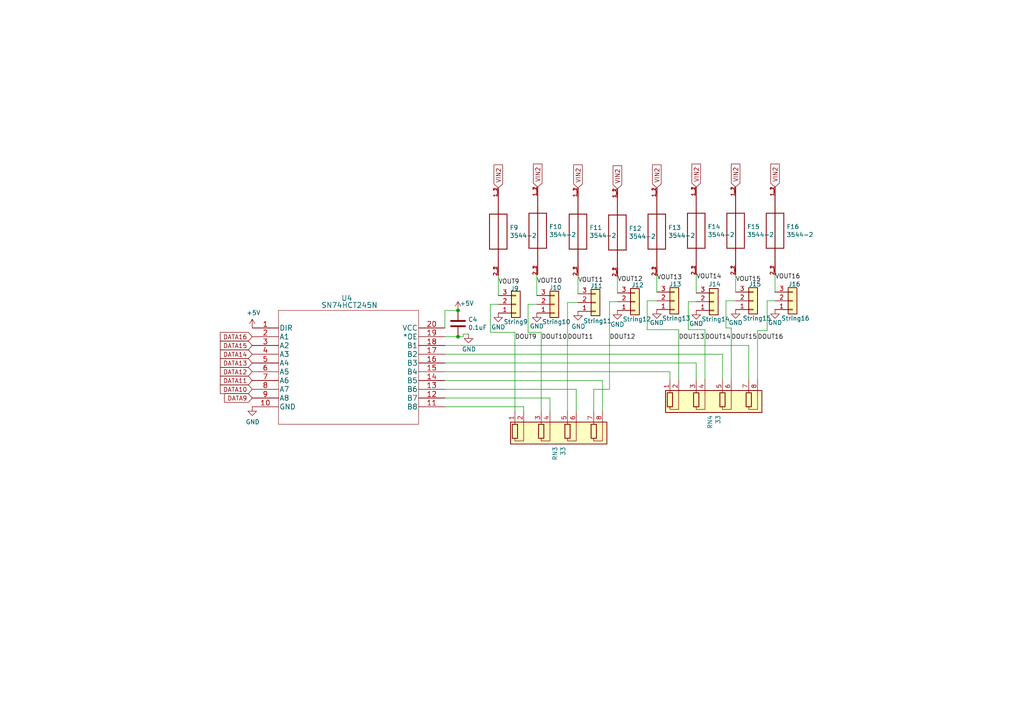
<source format=kicad_sch>
(kicad_sch (version 20211123) (generator eeschema)
  (paper "A4")
  (title_block (title "PB 16") (date "2020-08-11") (rev "v2") (company "Scott Hanson"))
  (lib_symbols
    (symbol "Connector_Generic:Conn_01x03" (pin_names (offset 1.016) hide)
      (property "Reference" "J" (at 0 5.08 0))
      (property "Value" "Conn_01x03" (at 0 -5.08 0))
      (symbol "Conn_01x03_1_1"
        (rectangle (start -1.27 -2.413) (end 0 -2.667) (stroke (width 0.1524)))
        (rectangle (start -1.27 0.127) (end 0 -0.127) (stroke (width 0.1524)))
        (rectangle (start -1.27 2.667) (end 0 2.413) (stroke (width 0.1524)))
        (rectangle (start -1.27 3.81) (end 1.27 -3.81) (stroke (width 0.254)) (fill (type background)))
        (pin passive line (at -5.08 2.54 0) (length 3.81) (name "Pin_1") (number "1"))
        (pin passive line (at -5.08 0 0) (length 3.81) (name "Pin_2") (number "2"))
        (pin passive line (at -5.08 -2.54 0) (length 3.81) (name "Pin_3") (number "3"))
      )
    )
    (symbol "PB_16-rescue:3544-2-Keystone_Fuse" (pin_names (offset 1.016) hide)
      (property "Reference" "F" (at -5.08 3.302 0))
      (property "Value" "3544-2-Keystone_Fuse" (at -5.08 -5.08 0))
      (symbol "3544-2-Keystone_Fuse_0_0"
        (polyline (pts (xy -12.7 0) (xy 12.7 0)) (stroke (width 0.254)))
        (polyline (pts (xy -5.08 -2.54) (xy -5.08 2.54)) (stroke (width 0.254)))
        (polyline (pts (xy -5.08 2.54) (xy 5.08 2.54)) (stroke (width 0.254)))
        (polyline (pts (xy 5.08 -2.54) (xy -5.08 -2.54)) (stroke (width 0.254)))
        (polyline (pts (xy 5.08 2.54) (xy 5.08 -2.54)) (stroke (width 0.254)))
        (pin passive line (at -12.7 0 0) (length 2.54) (name "1") (number "1_1"))
        (pin passive line (at -12.7 0 0) (length 2.54) (name "1") (number "1_2"))
        (pin passive line (at 12.7 0 180) (length 2.54) (name "2") (number "2_1"))
        (pin passive line (at 12.7 0 180) (length 2.54) (name "2") (number "2_2"))
      )
    )
    (symbol "PB_16-rescue:C-Device" (pin_numbers hide) (pin_names (offset 0.254))
      (property "Reference" "C" (at 0.635 2.54 0))
      (property "Value" "C-Device" (at 0.635 -2.54 0))
      (symbol "C-Device_0_1"
        (polyline (pts (xy -2.032 -0.762) (xy 2.032 -0.762)) (stroke (width 0.508)))
        (polyline (pts (xy -2.032 0.762) (xy 2.032 0.762)) (stroke (width 0.508)))
      )
      (symbol "C-Device_1_1"
        (pin passive line (at 0 3.81 270) (length 2.794) (name "~") (number "1"))
        (pin passive line (at 0 -3.81 90) (length 2.794) (name "~") (number "2"))
      )
    )
    (symbol "PB_16-rescue:R_Pack04_SIP-Device" (pin_names (offset 0) hide)
      (property "Reference" "RN" (at -15.24 0 90))
      (property "Value" "R_Pack04_SIP-Device" (at 15.24 0 90))
      (symbol "R_Pack04_SIP-Device_0_1"
        (rectangle (start -13.97 -1.905) (end 13.97 4.445) (stroke (width 0.254)) (fill (type background)))
        (rectangle (start -13.462 2.794) (end -11.938 -1.27) (stroke (width 0.254)))
        (rectangle (start -5.842 2.794) (end -4.318 -1.27) (stroke (width 0.254)))
        (polyline (pts (xy -12.7 2.794) (xy -12.7 3.556) (xy -10.16 3.556) (xy -10.16 -1.27)))
        (polyline (pts (xy -5.08 2.794) (xy -5.08 3.556) (xy -2.54 3.556) (xy -2.54 -1.27)))
        (polyline (pts (xy 2.54 2.794) (xy 2.54 3.556) (xy 5.08 3.556) (xy 5.08 -1.27)))
        (polyline (pts (xy 10.16 2.794) (xy 10.16 3.556) (xy 12.7 3.556) (xy 12.7 -1.27)))
        (rectangle (start 1.778 2.794) (end 3.302 -1.27) (stroke (width 0.254)))
        (rectangle (start 9.398 2.794) (end 10.922 -1.27) (stroke (width 0.254)))
      )
      (symbol "R_Pack04_SIP-Device_1_1"
        (pin passive line (at -12.7 -5.08 90) (length 3.81) (name "R1.1") (number "1"))
        (pin passive line (at -10.16 -5.08 90) (length 3.81) (name "R1.2") (number "2"))
        (pin passive line (at -5.08 -5.08 90) (length 3.81) (name "R2.1") (number "3"))
        (pin passive line (at -2.54 -5.08 90) (length 3.81) (name "R2.2") (number "4"))
        (pin passive line (at 2.54 -5.08 90) (length 3.81) (name "R3.1") (number "5"))
        (pin passive line (at 5.08 -5.08 90) (length 3.81) (name "R3.2") (number "6"))
        (pin passive line (at 10.16 -5.08 90) (length 3.81) (name "R4.1") (number "7"))
        (pin passive line (at 12.7 -5.08 90) (length 3.81) (name "R4.2") (number "8"))
      )
    )
    (symbol "PB_16-rescue:SN74HCT245N-SN74HCT245N" (pin_names (offset 0.254))
      (property "Reference" "U" (at 27.94 10.16 0))
      (property "Value" "SN74HCT245N-SN74HCT245N" (at 27.94 7.62 0))
      (symbol "SN74HCT245N-SN74HCT245N_1_0"
        (polyline (pts (xy 7.62 -27.94) (xy 48.26 -27.94)) (stroke (width 0.127)))
        (polyline (pts (xy 7.62 5.08) (xy 7.62 -27.94)) (stroke (width 0.127)))
        (polyline (pts (xy 48.26 -27.94) (xy 48.26 5.08)) (stroke (width 0.127)))
        (polyline (pts (xy 48.26 5.08) (xy 7.62 5.08)) (stroke (width 0.127)))
        (pin input line (at 0 0 0) (length 7.62) (name "DIR") (number "1"))
        (pin power_in line (at 0 -22.86 0) (length 7.62) (name "GND") (number "10"))
        (pin bidirectional line (at 55.88 -22.86 180) (length 7.62) (name "B8") (number "11"))
        (pin bidirectional line (at 55.88 -20.32 180) (length 7.62) (name "B7") (number "12"))
        (pin bidirectional line (at 55.88 -17.78 180) (length 7.62) (name "B6") (number "13"))
        (pin bidirectional line (at 55.88 -15.24 180) (length 7.62) (name "B5") (number "14"))
        (pin bidirectional line (at 55.88 -12.7 180) (length 7.62) (name "B4") (number "15"))
        (pin bidirectional line (at 55.88 -10.16 180) (length 7.62) (name "B3") (number "16"))
        (pin bidirectional line (at 55.88 -7.62 180) (length 7.62) (name "B2") (number "17"))
        (pin bidirectional line (at 55.88 -5.08 180) (length 7.62) (name "B1") (number "18"))
        (pin input line (at 55.88 -2.54 180) (length 7.62) (name "*OE") (number "19"))
        (pin bidirectional line (at 0 -2.54 0) (length 7.62) (name "A1") (number "2"))
        (pin power_in line (at 55.88 0 180) (length 7.62) (name "VCC") (number "20"))
        (pin bidirectional line (at 0 -5.08 0) (length 7.62) (name "A2") (number "3"))
        (pin bidirectional line (at 0 -7.62 0) (length 7.62) (name "A3") (number "4"))
        (pin bidirectional line (at 0 -10.16 0) (length 7.62) (name "A4") (number "5"))
        (pin bidirectional line (at 0 -12.7 0) (length 7.62) (name "A5") (number "6"))
        (pin bidirectional line (at 0 -15.24 0) (length 7.62) (name "A6") (number "7"))
        (pin bidirectional line (at 0 -17.78 0) (length 7.62) (name "A7") (number "8"))
        (pin bidirectional line (at 0 -20.32 0) (length 7.62) (name "A8") (number "9"))
      )
    )
    (symbol "power:+5V" (power) (pin_names (offset 0))
      (property "Value" "+5V" (at 0 3.556 0))
      (symbol "+5V_0_1"
        (polyline (pts (xy -0.762 1.27) (xy 0 2.54)))
        (polyline (pts (xy 0 0) (xy 0 2.54)))
        (polyline (pts (xy 0 2.54) (xy 0.762 1.27)))
      )
      (symbol "+5V_1_1"
        (pin power_in line (at 0 0 90) (length 0) hide (name "+5V") (number "1"))
      )
    )
    (symbol "power:GND" (power) (pin_names (offset 0))
      (property "Value" "GND" (at 0 -3.81 0))
      (symbol "GND_0_1"
        (polyline (pts (xy 0 0) (xy 0 -1.27) (xy 1.27 -1.27) (xy 0 -2.54) (xy -1.27 -1.27) (xy 0 -1.27)))
      )
      (symbol "GND_1_1"
        (pin power_in line (at 0 0 270) (length 0) hide (name "GND") (number "1"))
      )
    )
  )
  (junction (at 132.842 97.663))
  (junction (at 132.842 90.043))
  (wire (pts (xy 167.64 79.883) (xy 167.64 85.217)))
  (wire (pts (xy 176.784 112.903) (xy 172.212 112.903)))
  (wire (pts (xy 129.032 107.823) (xy 194.31 107.823)))
  (wire (pts (xy 199.644 87.503) (xy 199.644 95.631)))
  (wire (pts (xy 219.71 95.885) (xy 222.504 95.885)))
  (wire (pts (xy 149.352 96.393) (xy 142.24 96.393)))
  (wire (pts (xy 224.79 84.709) (xy 224.79 79.629)))
  (wire (pts (xy 187.706 95.631) (xy 196.85 95.631)))
  (wire (pts (xy 196.85 95.631) (xy 196.85 110.109)))
  (wire (pts (xy 179.07 87.503) (xy 176.784 87.503)))
  (wire (pts (xy 187.706 87.249) (xy 187.706 95.631)))
  (wire (pts (xy 164.592 119.253) (xy 164.592 87.757)))
  (wire (pts (xy 142.24 88.265) (xy 144.526 88.265)))
  (wire (pts (xy 222.504 87.249) (xy 224.79 87.249)))
  (wire (pts (xy 129.032 112.903) (xy 167.132 112.903)))
  (wire (pts (xy 204.47 95.631) (xy 204.47 110.109)))
  (wire (pts (xy 219.71 110.109) (xy 219.71 95.885)))
  (wire (pts (xy 210.566 87.249) (xy 213.36 87.249)))
  (wire (pts (xy 129.032 115.443) (xy 159.512 115.443)))
  (wire (pts (xy 156.972 96.393) (xy 153.162 96.393)))
  (wire (pts (xy 155.702 85.725) (xy 155.702 79.629)))
  (wire (pts (xy 194.31 107.823) (xy 194.31 110.109)))
  (wire (pts (xy 149.352 119.253) (xy 149.352 96.393)))
  (wire (pts (xy 135.89 96.901) (xy 134.366 96.901)))
  (wire (pts (xy 129.032 105.283) (xy 201.93 105.283)))
  (wire (pts (xy 153.162 96.393) (xy 153.162 88.265)))
  (wire (pts (xy 174.752 110.363) (xy 174.752 119.253)))
  (wire (pts (xy 210.566 95.123) (xy 210.566 87.249)))
  (wire (pts (xy 142.24 96.393) (xy 142.24 88.265)))
  (wire (pts (xy 129.032 117.983) (xy 151.892 117.983)))
  (wire (pts (xy 129.032 102.743) (xy 209.55 102.743)))
  (wire (pts (xy 212.09 95.123) (xy 210.566 95.123)))
  (wire (pts (xy 155.702 79.629) (xy 155.956 79.629)))
  (wire (pts (xy 176.784 87.503) (xy 176.784 112.903)))
  (wire (pts (xy 156.972 119.253) (xy 156.972 96.393)))
  (wire (pts (xy 164.592 87.757) (xy 167.64 87.757)))
  (wire (pts (xy 213.36 79.629) (xy 213.36 84.709)))
  (wire (pts (xy 201.93 110.109) (xy 201.93 105.283)))
  (wire (pts (xy 132.842 90.043) (xy 129.032 90.043)))
  (wire (pts (xy 159.512 115.443) (xy 159.512 119.253)))
  (wire (pts (xy 151.892 117.983) (xy 151.892 119.253)))
  (wire (pts (xy 217.17 100.203) (xy 217.17 110.109)))
  (wire (pts (xy 199.644 95.631) (xy 204.47 95.631)))
  (wire (pts (xy 129.032 110.363) (xy 174.752 110.363)))
  (wire (pts (xy 132.842 97.663) (xy 129.032 97.663)))
  (wire (pts (xy 167.132 112.903) (xy 167.132 119.253)))
  (wire (pts (xy 201.93 87.503) (xy 199.644 87.503)))
  (wire (pts (xy 129.032 100.203) (xy 217.17 100.203)))
  (wire (pts (xy 190.5 84.709) (xy 190.5 79.883)))
  (wire (pts (xy 209.55 102.743) (xy 209.55 110.109)))
  (wire (pts (xy 222.504 95.885) (xy 222.504 87.249)))
  (wire (pts (xy 155.702 88.265) (xy 153.162 88.265)))
  (wire (pts (xy 179.07 84.963) (xy 179.07 80.137)))
  (wire (pts (xy 190.5 87.249) (xy 187.706 87.249)))
  (wire (pts (xy 134.366 96.901) (xy 134.366 97.663)))
  (wire (pts (xy 144.526 79.883) (xy 144.526 85.725)))
  (wire (pts (xy 201.93 79.629) (xy 201.93 84.963)))
  (wire (pts (xy 172.212 112.903) (xy 172.212 119.253)))
  (wire (pts (xy 212.09 110.109) (xy 212.09 95.123)))
  (wire (pts (xy 129.032 90.043) (xy 129.032 95.123)))
  (wire (pts (xy 134.366 97.663) (xy 132.842 97.663)))
  (label "VOUT10" (at 155.702 82.423 0))
  (label "VOUT12" (at 179.07 81.915 0))
  (label "VOUT9" (at 144.526 82.677 0))
  (label "DOUT16" (at 219.71 98.679 0))
  (label "DOUT9" (at 149.352 98.679 0))
  (label "VOUT14" (at 201.93 81.153 0))
  (label "VOUT16" (at 224.79 81.153 0))
  (label "VOUT13" (at 190.5 81.407 0))
  (label "DOUT12" (at 176.784 98.679 0))
  (label "VOUT15" (at 213.36 81.915 0))
  (label "DOUT10" (at 156.972 98.679 0))
  (label "DOUT13" (at 196.85 98.679 0))
  (label "DOUT15" (at 212.09 98.679 0))
  (label "DOUT11" (at 164.592 98.679 0))
  (label "VOUT11" (at 167.64 82.169 0))
  (label "DOUT14" (at 204.47 98.679 0))
  (global_label "DATA14" (shape input) (at 73.152 102.743 180) (property "Intersheet References" "${INTERSHEET_REFS}" (effects hide)))
  (global_label "DATA12" (shape input) (at 73.152 107.823 180) (property "Intersheet References" "${INTERSHEET_REFS}" (effects hide)))
  (global_label "VIN2" (shape input) (at 190.5 54.483 90) (property "Intersheet References" "${INTERSHEET_REFS}" (effects hide)))
  (global_label "DATA10" (shape input) (at 73.152 112.903 180) (property "Intersheet References" "${INTERSHEET_REFS}" (effects hide)))
  (global_label "VIN2" (shape input) (at 144.526 54.483 90) (property "Intersheet References" "${INTERSHEET_REFS}" (effects hide)))
  (global_label "DATA15" (shape input) (at 73.152 100.203 180) (property "Intersheet References" "${INTERSHEET_REFS}" (effects hide)))
  (global_label "VIN2" (shape input) (at 155.956 54.229 90) (property "Intersheet References" "${INTERSHEET_REFS}" (effects hide)))
  (global_label "VIN2" (shape input) (at 167.64 54.483 90) (property "Intersheet References" "${INTERSHEET_REFS}" (effects hide)))
  (global_label "VIN2" (shape input) (at 201.93 54.229 90) (property "Intersheet References" "${INTERSHEET_REFS}" (effects hide)))
  (global_label "VIN2" (shape input) (at 224.79 54.229 90) (property "Intersheet References" "${INTERSHEET_REFS}" (effects hide)))
  (global_label "DATA13" (shape input) (at 73.152 105.283 180) (property "Intersheet References" "${INTERSHEET_REFS}" (effects hide)))
  (global_label "DATA9" (shape input) (at 73.152 115.443 180) (property "Intersheet References" "${INTERSHEET_REFS}" (effects hide)))
  (global_label "VIN2" (shape input) (at 213.36 54.229 90) (property "Intersheet References" "${INTERSHEET_REFS}" (effects hide)))
  (global_label "VIN2" (shape input) (at 179.07 54.737 90) (property "Intersheet References" "${INTERSHEET_REFS}" (effects hide)))
  (global_label "DATA11" (shape input) (at 73.152 110.363 180) (property "Intersheet References" "${INTERSHEET_REFS}" (effects hide)))
  (global_label "DATA16" (shape input) (at 73.152 97.663 180) (property "Intersheet References" "${INTERSHEET_REFS}" (effects hide)))
  (symbol (lib_id "Connector_Generic:Conn_01x03") (at 149.606 88.265 0) (mirror x) (unit 1)
    (property "Reference" "J9" (at 148.082 83.693 0) (effects (justify left)))
    (property "Value" "String9" (at 146.05 93.345 0) (effects (justify left)))
    (property "Footprint" "Connector_Phoenix_MC:PhoenixContact_MCV_1,5_3-G-3.5_1x03_P3.50mm_Vertical" (effects hide))
    (property "Digi-Key_PN" "277-5737-ND/ED10555-ND" (effects hide))
    (property "MPN" "1843619/OSTTJ0311530" (effects hide))
  )
  (symbol (lib_id "Connector_Generic:Conn_01x03") (at 160.782 88.265 0) (mirror x) (unit 1)
    (property "Reference" "J10" (at 159.258 83.439 0) (effects (justify left)))
    (property "Value" "String10" (at 157.226 93.345 0) (effects (justify left)))
    (property "Footprint" "Connector_Phoenix_MC:PhoenixContact_MCV_1,5_3-G-3.5_1x03_P3.50mm_Vertical" (effects hide))
    (property "Digi-Key_PN" "277-5737-ND/ED10555-ND" (effects hide))
    (property "MPN" "1843619/OSTTJ0311530" (effects hide))
  )
  (symbol (lib_id "Connector_Generic:Conn_01x03") (at 172.72 87.757 0) (mirror x) (unit 1)
    (property "Reference" "J11" (at 171.196 82.931 0) (effects (justify left)))
    (property "Value" "String11" (at 169.164 93.091 0) (effects (justify left)))
    (property "Footprint" "Connector_Phoenix_MC:PhoenixContact_MCV_1,5_3-G-3.5_1x03_P3.50mm_Vertical" (effects hide))
    (property "Digi-Key_PN" "277-5737-ND/ED10555-ND" (effects hide))
    (property "MPN" "1843619/OSTTJ0311530" (effects hide))
  )
  (symbol (lib_id "Connector_Generic:Conn_01x03") (at 184.15 87.503 0) (mirror x) (unit 1)
    (property "Reference" "J12" (at 183.134 82.677 0) (effects (justify left)))
    (property "Value" "String12" (at 180.594 92.583 0) (effects (justify left)))
    (property "Footprint" "Connector_Phoenix_MC:PhoenixContact_MCV_1,5_3-G-3.5_1x03_P3.50mm_Vertical" (effects hide))
    (property "Digi-Key_PN" "277-5737-ND/ED10555-ND" (effects hide))
    (property "MPN" "1843619/OSTTJ0311530" (effects hide))
  )
  (symbol (lib_id "Connector_Generic:Conn_01x03") (at 195.58 87.249 0) (mirror x) (unit 1)
    (property "Reference" "J13" (at 194.056 82.423 0) (effects (justify left)))
    (property "Value" "String13" (at 192.024 92.329 0) (effects (justify left)))
    (property "Footprint" "Connector_Phoenix_MC:PhoenixContact_MCV_1,5_3-G-3.5_1x03_P3.50mm_Vertical" (effects hide))
    (property "Digi-Key_PN" "277-5737-ND/ED10555-ND" (effects hide))
    (property "MPN" "1843619/OSTTJ0311530" (effects hide))
  )
  (symbol (lib_id "Connector_Generic:Conn_01x03") (at 207.01 87.503 0) (mirror x) (unit 1)
    (property "Reference" "J14" (at 205.486 82.423 0) (effects (justify left)))
    (property "Value" "String14" (at 203.454 92.583 0) (effects (justify left)))
    (property "Footprint" "Connector_Phoenix_MC:PhoenixContact_MCV_1,5_3-G-3.5_1x03_P3.50mm_Vertical" (effects hide))
    (property "Digi-Key_PN" "277-5737-ND/ED10555-ND" (effects hide))
    (property "MPN" "1843619/OSTTJ0311530" (effects hide))
  )
  (symbol (lib_id "Connector_Generic:Conn_01x03") (at 218.44 87.249 0) (mirror x) (unit 1)
    (property "Reference" "J15" (at 217.17 82.423 0) (effects (justify left)))
    (property "Value" "String15" (at 215.392 92.329 0) (effects (justify left)))
    (property "Footprint" "Connector_Phoenix_MC:PhoenixContact_MCV_1,5_3-G-3.5_1x03_P3.50mm_Vertical" (effects hide))
    (property "Digi-Key_PN" "277-5737-ND/ED10555-ND" (effects hide))
    (property "MPN" "1843619/OSTTJ0311530" (effects hide))
  )
  (symbol (lib_id "Connector_Generic:Conn_01x03") (at 229.87 87.249 0) (mirror x) (unit 1)
    (property "Reference" "J16" (at 228.6 82.423 0) (effects (justify left)))
    (property "Value" "String16" (at 226.568 92.329 0) (effects (justify left)))
    (property "Footprint" "Connector_Phoenix_MC:PhoenixContact_MCV_1,5_3-G-3.5_1x03_P3.50mm_Vertical" (effects hide))
    (property "Digi-Key_PN" "277-5737-ND/ED10555-ND" (effects hide))
    (property "MPN" "1843619/OSTTJ0311530" (effects hide))
  )
  (symbol (lib_id "power:GND") (at 144.526 90.805 0) (unit 1)
    (property "Reference" "#PWR024" (effects hide))
    (property "Value" "GND" (at 144.526 94.869 0))
  )
  (symbol (lib_id "power:GND") (at 155.702 90.805 0) (unit 1)
    (property "Reference" "#PWR025" (effects hide))
    (property "Value" "GND" (at 155.702 94.615 0))
  )
  (symbol (lib_id "power:GND") (at 167.64 90.297 0) (unit 1)
    (property "Reference" "#PWR026" (effects hide))
    (property "Value" "GND" (at 167.767 94.6912 0))
  )
  (symbol (lib_id "power:GND") (at 179.07 90.043 0) (unit 1)
    (property "Reference" "#PWR027" (effects hide))
    (property "Value" "GND" (at 179.07 94.107 0))
  )
  (symbol (lib_id "power:GND") (at 190.5 89.789 0) (unit 1)
    (property "Reference" "#PWR028" (effects hide))
    (property "Value" "GND" (at 190.5 93.599 0))
  )
  (symbol (lib_id "power:GND") (at 201.93 90.043 0) (unit 1)
    (property "Reference" "#PWR029" (effects hide))
    (property "Value" "GND" (at 201.93 93.853 0))
  )
  (symbol (lib_id "power:GND") (at 213.36 89.789 0) (unit 1)
    (property "Reference" "#PWR030" (effects hide))
    (property "Value" "GND" (at 213.36 93.599 0))
  )
  (symbol (lib_id "power:GND") (at 224.79 89.789 0) (unit 1)
    (property "Reference" "#PWR031" (effects hide))
    (property "Value" "GND" (at 224.79 93.599 0))
  )
  (symbol (lib_id "PB_16-rescue:3544-2-Keystone_Fuse") (at 155.956 66.929 270) (unit 1)
    (property "Reference" "F10" (at 159.258 65.7606 90) (effects (justify left)))
    (property "Value" "3544-2" (at 159.258 68.072 90) (effects (justify left)))
    (property "Footprint" "Keystone_Fuse:FUSE_3544-2" (effects hide))
    (property "Field4" "3544-2" (effects hide))
    (property "Field5" "None" (effects hide))
    (property "Field6" "Unavailable" (effects hide))
    (property "Field7" "Fuse Clip; 500 VAC; 30 A; PCB; For 0.110 in. x 0.032 in. mini blade fuses" (effects hide))
    (property "Field8" "Keystone Electronics" (effects hide))
    (property "Digi-Key_PN" "36-3544-2-ND" (effects hide))
    (property "MPN" "3544-2" (effects hide))
  )
  (symbol (lib_id "PB_16-rescue:3544-2-Keystone_Fuse") (at 167.64 67.183 270) (unit 1)
    (property "Reference" "F11" (at 170.942 66.0146 90) (effects (justify left)))
    (property "Value" "3544-2" (at 170.942 68.326 90) (effects (justify left)))
    (property "Footprint" "Keystone_Fuse:FUSE_3544-2" (effects hide))
    (property "Field4" "3544-2" (effects hide))
    (property "Field5" "None" (effects hide))
    (property "Field6" "Unavailable" (effects hide))
    (property "Field7" "Fuse Clip; 500 VAC; 30 A; PCB; For 0.110 in. x 0.032 in. mini blade fuses" (effects hide))
    (property "Field8" "Keystone Electronics" (effects hide))
    (property "Digi-Key_PN" "36-3544-2-ND" (effects hide))
    (property "MPN" "3544-2" (effects hide))
  )
  (symbol (lib_id "PB_16-rescue:3544-2-Keystone_Fuse") (at 179.07 67.437 270) (unit 1)
    (property "Reference" "F12" (at 182.372 66.2686 90) (effects (justify left)))
    (property "Value" "3544-2" (at 182.372 68.58 90) (effects (justify left)))
    (property "Footprint" "Keystone_Fuse:FUSE_3544-2" (effects hide))
    (property "Field4" "3544-2" (effects hide))
    (property "Field5" "None" (effects hide))
    (property "Field6" "Unavailable" (effects hide))
    (property "Field7" "Fuse Clip; 500 VAC; 30 A; PCB; For 0.110 in. x 0.032 in. mini blade fuses" (effects hide))
    (property "Field8" "Keystone Electronics" (effects hide))
    (property "Digi-Key_PN" "36-3544-2-ND" (effects hide))
    (property "MPN" "3544-2" (effects hide))
  )
  (symbol (lib_id "PB_16-rescue:3544-2-Keystone_Fuse") (at 190.5 67.183 270) (unit 1)
    (property "Reference" "F13" (at 193.802 66.0146 90) (effects (justify left)))
    (property "Value" "3544-2" (at 193.802 68.326 90) (effects (justify left)))
    (property "Footprint" "Keystone_Fuse:FUSE_3544-2" (effects hide))
    (property "Field4" "3544-2" (effects hide))
    (property "Field5" "None" (effects hide))
    (property "Field6" "Unavailable" (effects hide))
    (property "Field7" "Fuse Clip; 500 VAC; 30 A; PCB; For 0.110 in. x 0.032 in. mini blade fuses" (effects hide))
    (property "Field8" "Keystone Electronics" (effects hide))
    (property "Digi-Key_PN" "36-3544-2-ND" (effects hide))
    (property "MPN" "3544-2" (effects hide))
  )
  (symbol (lib_id "PB_16-rescue:3544-2-Keystone_Fuse") (at 201.93 66.929 270) (unit 1)
    (property "Reference" "F14" (at 205.232 65.7606 90) (effects (justify left)))
    (property "Value" "3544-2" (at 205.232 68.072 90) (effects (justify left)))
    (property "Footprint" "Keystone_Fuse:FUSE_3544-2" (effects hide))
    (property "Field4" "3544-2" (effects hide))
    (property "Field5" "None" (effects hide))
    (property "Field6" "Unavailable" (effects hide))
    (property "Field7" "Fuse Clip; 500 VAC; 30 A; PCB; For 0.110 in. x 0.032 in. mini blade fuses" (effects hide))
    (property "Field8" "Keystone Electronics" (effects hide))
    (property "Digi-Key_PN" "36-3544-2-ND" (effects hide))
    (property "MPN" "3544-2" (effects hide))
  )
  (symbol (lib_id "PB_16-rescue:3544-2-Keystone_Fuse") (at 213.36 66.929 270) (unit 1)
    (property "Reference" "F15" (at 216.662 65.7606 90) (effects (justify left)))
    (property "Value" "3544-2" (at 216.662 68.072 90) (effects (justify left)))
    (property "Footprint" "Keystone_Fuse:FUSE_3544-2" (effects hide))
    (property "Field4" "3544-2" (effects hide))
    (property "Field5" "None" (effects hide))
    (property "Field6" "Unavailable" (effects hide))
    (property "Field7" "Fuse Clip; 500 VAC; 30 A; PCB; For 0.110 in. x 0.032 in. mini blade fuses" (effects hide))
    (property "Field8" "Keystone Electronics" (effects hide))
    (property "Digi-Key_PN" "36-3544-2-ND" (effects hide))
    (property "MPN" "3544-2" (effects hide))
  )
  (symbol (lib_id "PB_16-rescue:3544-2-Keystone_Fuse") (at 224.79 66.929 270) (unit 1)
    (property "Reference" "F16" (at 228.092 65.7606 90) (effects (justify left)))
    (property "Value" "3544-2" (at 228.092 68.072 90) (effects (justify left)))
    (property "Footprint" "Keystone_Fuse:FUSE_3544-2" (effects hide))
    (property "Field4" "3544-2" (effects hide))
    (property "Field5" "None" (effects hide))
    (property "Field6" "Unavailable" (effects hide))
    (property "Field7" "Fuse Clip; 500 VAC; 30 A; PCB; For 0.110 in. x 0.032 in. mini blade fuses" (effects hide))
    (property "Field8" "Keystone Electronics" (effects hide))
    (property "Digi-Key_PN" "36-3544-2-ND" (effects hide))
    (property "MPN" "3544-2" (effects hide))
  )
  (symbol (lib_id "power:GND") (at 135.89 96.901 0) (unit 1)
    (property "Reference" "#PWR023" (effects hide))
    (property "Value" "GND" (at 136.017 101.2952 0))
  )
  (symbol (lib_id "power:+5V") (at 73.152 95.123 0) (unit 1)
    (property "Reference" "#PWR020" (effects hide))
    (property "Value" "+5V" (at 73.533 90.7288 0))
  )
  (symbol (lib_id "power:GND") (at 73.152 117.983 0) (unit 1)
    (property "Reference" "#PWR021" (effects hide))
    (property "Value" "GND" (at 73.279 122.3772 0))
  )
  (symbol (lib_id "PB_16-rescue:C-Device") (at 132.842 93.853 0) (unit 1)
    (property "Reference" "C4" (at 135.763 92.6846 0) (effects (justify left)))
    (property "Value" "0.1uF" (at 135.763 94.996 0) (effects (justify left)))
    (property "Footprint" "Capacitor_SMD:C_0805_2012Metric_Pad1.15x1.40mm_HandSolder" (effects hide))
    (property "Digi-Key_PN" "1276-1007-1-ND" (effects hide))
    (property "MPN" "CL21F104ZBCNNNC" (effects hide))
    (property "LCSC" "C49678" (effects hide))
  )
  (symbol (lib_id "power:+5V") (at 132.842 90.043 0) (unit 1)
    (property "Reference" "#PWR022" (effects hide))
    (property "Value" "+5V" (at 135.382 88.011 0))
  )
  (symbol (lib_id "PB_16-rescue:R_Pack04_SIP-Device") (at 207.01 115.189 0) (mirror x) (unit 1)
    (property "Reference" "RN4" (at 205.9432 120.396 90) (effects (justify left)))
    (property "Value" "33" (at 208.2546 120.396 90) (effects (justify left)))
    (property "Footprint" "Resistor_THT:R_Array_SIP8" (effects hide))
    (property "Datasheet" "http://www.vishay.com/docs/31509/csc.pdf" (effects hide))
    (property "Digi-Key_PN" "4608X-2-151LF-ND" (effects hide))
    (property "MPN" "4608X-102-151LF" (effects hide))
  )
  (symbol (lib_id "PB_16-rescue:SN74HCT245N-SN74HCT245N") (at 73.152 95.123 0) (unit 1)
    (property "Reference" "U4" (at 100.584 86.487 0) (effects (font (size 1.524 1.524))))
    (property "Value" "SN74HCT245N" (at 101.346 88.519 0) (effects (font (size 1.524 1.524))))
    (property "Footprint" "SN74HCT245NSR:SN74HCT245NSR" (effects hide))
    (property "Digi-Key_PN" "296-15849-1-ND" (effects hide))
    (property "MPN" "SN74HCT245NSR" (effects hide))
    (property "LCSC" "C133641" (effects hide))
  )
  (symbol (lib_id "PB_16-rescue:3544-2-Keystone_Fuse") (at 144.526 67.183 270) (unit 1)
    (property "Reference" "F9" (at 147.828 66.0146 90) (effects (justify left)))
    (property "Value" "3544-2" (at 147.828 68.326 90) (effects (justify left)))
    (property "Footprint" "Keystone_Fuse:FUSE_3544-2" (effects hide))
    (property "Field4" "3544-2" (effects hide))
    (property "Field5" "None" (effects hide))
    (property "Field6" "Unavailable" (effects hide))
    (property "Field7" "Fuse Clip; 500 VAC; 30 A; PCB; For 0.110 in. x 0.032 in. mini blade fuses" (effects hide))
    (property "Field8" "Keystone Electronics" (effects hide))
    (property "Digi-Key_PN" "36-3544-2-ND" (effects hide))
    (property "MPN" "3544-2" (effects hide))
  )
  (symbol (lib_id "PB_16-rescue:R_Pack04_SIP-Device") (at 162.052 124.333 0) (mirror x) (unit 1)
    (property "Reference" "RN3" (at 160.9852 129.54 90) (effects (justify left)))
    (property "Value" "33" (at 163.2966 129.54 90) (effects (justify left)))
    (property "Footprint" "Resistor_THT:R_Array_SIP8" (effects hide))
    (property "Datasheet" "http://www.vishay.com/docs/31509/csc.pdf" (effects hide))
    (property "Digi-Key_PN" "4608X-2-151LF-ND" (effects hide))
    (property "MPN" "4608X-102-151LF" (effects hide))
  )
)
</source>
